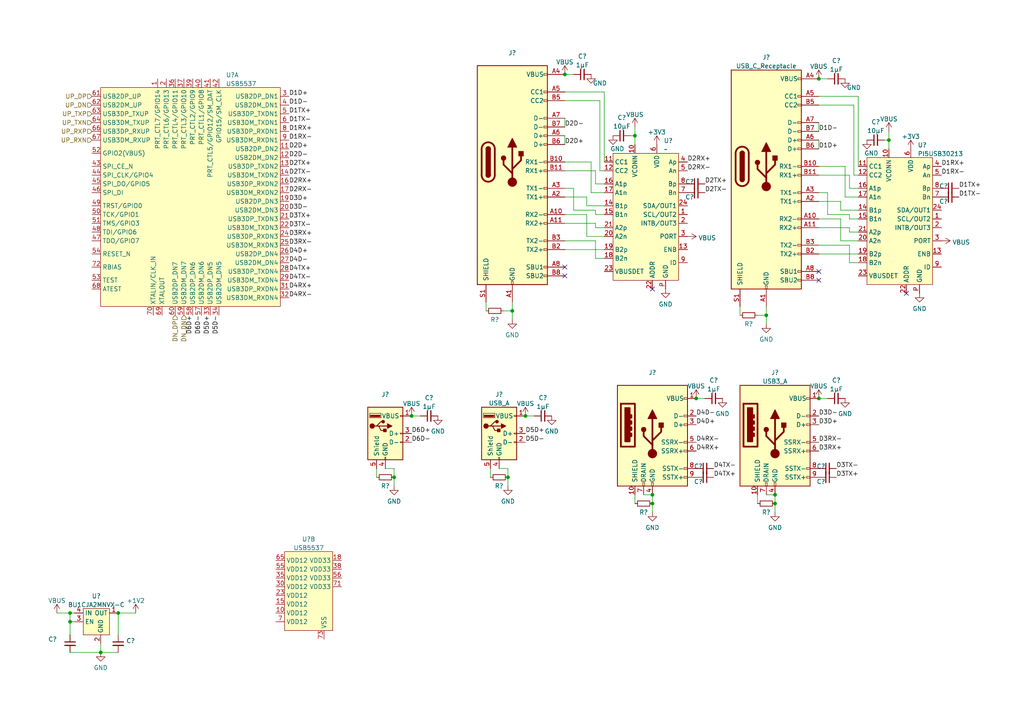
<source format=kicad_sch>
(kicad_sch (version 20211123) (generator eeschema)
  (paper "A4")
  (lib_symbols
    (symbol "Connector:USB3_A" (pin_names (offset 1.016))
      (property "Reference" "J" (at -10.16 15.24 0))
      (property "Value" "USB3_A" (at 10.16 15.24 0))
      (symbol "USB3_A_0_0"
        (rectangle (start -9.144 8.636) (end -5.08 -3.81) (stroke (width 0.508)))
        (rectangle (start -7.874 7.366) (end -6.604 -2.286) (stroke (width 0.508)) (fill (type outline)))
        (rectangle (start -6.35 0) (end -6.096 -0.762) (stroke (width 0.508)))
        (rectangle (start -6.35 1.778) (end -6.096 1.016) (stroke (width 0.508)))
        (rectangle (start -6.35 3.556) (end -6.096 2.794) (stroke (width 0.508)))
        (rectangle (start -6.35 5.334) (end -6.096 4.572) (stroke (width 0.508)))
        (rectangle (start -2.794 -15.24) (end -2.286 -14.224))
        (rectangle (start -0.254 -15.24) (end 0.254 -14.224))
        (rectangle (start 10.16 -12.446) (end 9.144 -12.954))
        (rectangle (start 10.16 -9.906) (end 9.144 -10.414))
        (rectangle (start 10.16 -4.826) (end 9.144 -5.334))
        (rectangle (start 10.16 -2.286) (end 9.144 -2.794))
        (rectangle (start 10.16 2.794) (end 9.144 2.286))
        (rectangle (start 10.16 5.334) (end 9.144 4.826))
        (rectangle (start 10.16 10.414) (end 9.144 9.906))
      )
      (symbol "USB3_A_0_1"
        (rectangle (start -10.16 13.97) (end 10.16 -15.24) (stroke (width 0.254)) (fill (type background)))
      )
      (symbol "USB3_A_1_1"
        (circle (center -2.54 1.143) (radius 0.635) (stroke (width 0.254)) (fill (type outline)))
        (circle (center 0 -5.842) (radius 1.27) (fill (type outline)))
        (polyline (pts (xy 0 -5.842) (xy 0 4.318)) (stroke (width 0.508)))
        (polyline (pts (xy 0 -3.302) (xy -2.54 -0.762) (xy -2.54 0.508)) (stroke (width 0.508)))
        (polyline (pts (xy 0 -2.032) (xy 2.54 0.508) (xy 2.54 1.778)) (stroke (width 0.508)))
        (polyline (pts (xy -1.27 4.318) (xy 0 6.858) (xy 1.27 4.318) (xy -1.27 4.318)) (stroke (width 0.254)) (fill (type outline)))
        (rectangle (start 1.905 1.778) (end 3.175 3.048) (stroke (width 0.254)) (fill (type outline)))
        (pin power_in line (at 12.7 10.16 180) (length 2.54) (name "VBUS") (number "1"))
        (pin passive line (at -5.08 -17.78 90) (length 2.54) (name "SHIELD") (number "10"))
        (pin bidirectional line (at 12.7 5.08 180) (length 2.54) (name "D-") (number "2"))
        (pin bidirectional line (at 12.7 2.54 180) (length 2.54) (name "D+") (number "3"))
        (pin power_in line (at 0 -17.78 90) (length 2.54) (name "GND") (number "4"))
        (pin output line (at 12.7 -2.54 180) (length 2.54) (name "SSRX-") (number "5"))
        (pin output line (at 12.7 -5.08 180) (length 2.54) (name "SSRX+") (number "6"))
        (pin passive line (at -2.54 -17.78 90) (length 2.54) (name "DRAIN") (number "7"))
        (pin input line (at 12.7 -10.16 180) (length 2.54) (name "SSTX-") (number "8"))
        (pin input line (at 12.7 -12.7 180) (length 2.54) (name "SSTX+") (number "9"))
      )
    )
    (symbol "Connector:USB_A" (pin_names (offset 1.016))
      (property "Reference" "J" (at -5.08 11.43 0))
      (property "Value" "USB_A" (at -5.08 8.89 0))
      (symbol "USB_A_0_1"
        (rectangle (start -5.08 -7.62) (end 5.08 7.62) (stroke (width 0.254)) (fill (type background)))
        (circle (center -3.81 2.159) (radius 0.635) (stroke (width 0.254)) (fill (type outline)))
        (rectangle (start -1.524 4.826) (end -4.318 5.334) (fill (type outline)))
        (rectangle (start -1.27 4.572) (end -4.572 5.842))
        (circle (center -0.635 3.429) (radius 0.381) (stroke (width 0.254)) (fill (type outline)))
        (rectangle (start -0.127 -7.62) (end 0.127 -6.858))
        (polyline (pts (xy -3.175 2.159) (xy -2.54 2.159) (xy -1.27 3.429) (xy -0.635 3.429)) (stroke (width 0.254)))
        (polyline (pts (xy -2.54 2.159) (xy -1.905 2.159) (xy -1.27 0.889) (xy 0 0.889)) (stroke (width 0.254)))
        (polyline (pts (xy 0.635 2.794) (xy 0.635 1.524) (xy 1.905 2.159) (xy 0.635 2.794)) (stroke (width 0.254)) (fill (type outline)))
        (rectangle (start 0.254 1.27) (end -0.508 0.508) (stroke (width 0.254)) (fill (type outline)))
        (rectangle (start 5.08 -2.667) (end 4.318 -2.413))
        (rectangle (start 5.08 -0.127) (end 4.318 0.127))
        (rectangle (start 5.08 4.953) (end 4.318 5.207))
      )
      (symbol "USB_A_1_1"
        (polyline (pts (xy -1.905 2.159) (xy 0.635 2.159)) (stroke (width 0.254)))
        (pin power_in line (at 7.62 5.08 180) (length 2.54) (name "VBUS") (number "1"))
        (pin bidirectional line (at 7.62 -2.54 180) (length 2.54) (name "D-") (number "2"))
        (pin bidirectional line (at 7.62 0 180) (length 2.54) (name "D+") (number "3"))
        (pin power_in line (at 0 -10.16 90) (length 2.54) (name "GND") (number "4"))
        (pin passive line (at -2.54 -10.16 90) (length 2.54) (name "Shield") (number "5"))
      )
    )
    (symbol "Connector:USB_C_Receptacle" (pin_names (offset 1.016))
      (property "Reference" "J" (at -10.16 29.21 0))
      (property "Value" "USB_C_Receptacle" (at 10.16 29.21 0))
      (symbol "USB_C_Receptacle_0_0"
        (rectangle (start -0.254 -35.56) (end 0.254 -34.544))
        (rectangle (start 10.16 -32.766) (end 9.144 -33.274))
        (rectangle (start 10.16 -30.226) (end 9.144 -30.734))
        (rectangle (start 10.16 -25.146) (end 9.144 -25.654))
        (rectangle (start 10.16 -22.606) (end 9.144 -23.114))
        (rectangle (start 10.16 -17.526) (end 9.144 -18.034))
        (rectangle (start 10.16 -14.986) (end 9.144 -15.494))
        (rectangle (start 10.16 -9.906) (end 9.144 -10.414))
        (rectangle (start 10.16 -7.366) (end 9.144 -7.874))
        (rectangle (start 10.16 -2.286) (end 9.144 -2.794))
        (rectangle (start 10.16 0.254) (end 9.144 -0.254))
        (rectangle (start 10.16 5.334) (end 9.144 4.826))
        (rectangle (start 10.16 7.874) (end 9.144 7.366))
        (rectangle (start 10.16 10.414) (end 9.144 9.906))
        (rectangle (start 10.16 12.954) (end 9.144 12.446))
        (rectangle (start 10.16 18.034) (end 9.144 17.526))
        (rectangle (start 10.16 20.574) (end 9.144 20.066))
        (rectangle (start 10.16 25.654) (end 9.144 25.146))
      )
      (symbol "USB_C_Receptacle_0_1"
        (rectangle (start -10.16 27.94) (end 10.16 -35.56) (stroke (width 0.254)) (fill (type background)))
        (arc (start -8.89 -3.81) (mid -6.985 -5.715) (end -5.08 -3.81) (stroke (width 0.508)))
        (arc (start -7.62 -3.81) (mid -6.985 -4.445) (end -6.35 -3.81) (stroke (width 0.254)))
        (arc (start -7.62 -3.81) (mid -6.985 -4.445) (end -6.35 -3.81) (stroke (width 0.254)) (fill (type outline)))
        (rectangle (start -7.62 -3.81) (end -6.35 3.81) (stroke (width 0.254)) (fill (type outline)))
        (arc (start -6.35 3.81) (mid -6.985 4.445) (end -7.62 3.81) (stroke (width 0.254)))
        (arc (start -6.35 3.81) (mid -6.985 4.445) (end -7.62 3.81) (stroke (width 0.254)) (fill (type outline)))
        (arc (start -5.08 3.81) (mid -6.985 5.715) (end -8.89 3.81) (stroke (width 0.508)))
        (polyline (pts (xy -8.89 -3.81) (xy -8.89 3.81)) (stroke (width 0.508)))
        (polyline (pts (xy -5.08 3.81) (xy -5.08 -3.81)) (stroke (width 0.508)))
      )
      (symbol "USB_C_Receptacle_1_1"
        (circle (center -2.54 1.143) (radius 0.635) (stroke (width 0.254)) (fill (type outline)))
        (circle (center 0 -5.842) (radius 1.27) (fill (type outline)))
        (polyline (pts (xy 0 -5.842) (xy 0 4.318)) (stroke (width 0.508)))
        (polyline (pts (xy 0 -3.302) (xy -2.54 -0.762) (xy -2.54 0.508)) (stroke (width 0.508)))
        (polyline (pts (xy 0 -2.032) (xy 2.54 0.508) (xy 2.54 1.778)) (stroke (width 0.508)))
        (polyline (pts (xy -1.27 4.318) (xy 0 6.858) (xy 1.27 4.318) (xy -1.27 4.318)) (stroke (width 0.254)) (fill (type outline)))
        (rectangle (start 1.905 1.778) (end 3.175 3.048) (stroke (width 0.254)) (fill (type outline)))
        (pin passive line (at 0 -40.64 90) (length 5.08) (name "GND") (number "A1"))
        (pin bidirectional line (at 15.24 -15.24 180) (length 5.08) (name "RX2-") (number "A10"))
        (pin bidirectional line (at 15.24 -17.78 180) (length 5.08) (name "RX2+") (number "A11"))
        (pin passive line (at 0 -40.64 90) (length 5.08) hide (name "GND") (number "A12"))
        (pin bidirectional line (at 15.24 -10.16 180) (length 5.08) (name "TX1+") (number "A2"))
        (pin bidirectional line (at 15.24 -7.62 180) (length 5.08) (name "TX1-") (number "A3"))
        (pin passive line (at 15.24 25.4 180) (length 5.08) (name "VBUS") (number "A4"))
        (pin bidirectional line (at 15.24 20.32 180) (length 5.08) (name "CC1") (number "A5"))
        (pin bidirectional line (at 15.24 7.62 180) (length 5.08) (name "D+") (number "A6"))
        (pin bidirectional line (at 15.24 12.7 180) (length 5.08) (name "D-") (number "A7"))
        (pin bidirectional line (at 15.24 -30.48 180) (length 5.08) (name "SBU1") (number "A8"))
        (pin passive line (at 15.24 25.4 180) (length 5.08) hide (name "VBUS") (number "A9"))
        (pin passive line (at 0 -40.64 90) (length 5.08) hide (name "GND") (number "B1"))
        (pin bidirectional line (at 15.24 0 180) (length 5.08) (name "RX1-") (number "B10"))
        (pin bidirectional line (at 15.24 -2.54 180) (length 5.08) (name "RX1+") (number "B11"))
        (pin passive line (at 0 -40.64 90) (length 5.08) hide (name "GND") (number "B12"))
        (pin bidirectional line (at 15.24 -25.4 180) (length 5.08) (name "TX2+") (number "B2"))
        (pin bidirectional line (at 15.24 -22.86 180) (length 5.08) (name "TX2-") (number "B3"))
        (pin passive line (at 15.24 25.4 180) (length 5.08) hide (name "VBUS") (number "B4"))
        (pin bidirectional line (at 15.24 17.78 180) (length 5.08) (name "CC2") (number "B5"))
        (pin bidirectional line (at 15.24 5.08 180) (length 5.08) (name "D+") (number "B6"))
        (pin bidirectional line (at 15.24 10.16 180) (length 5.08) (name "D-") (number "B7"))
        (pin bidirectional line (at 15.24 -33.02 180) (length 5.08) (name "SBU2") (number "B8"))
        (pin passive line (at 15.24 25.4 180) (length 5.08) hide (name "VBUS") (number "B9"))
        (pin passive line (at -7.62 -40.64 90) (length 5.08) (name "SHIELD") (number "S1"))
      )
    )
    (symbol "Device:C_Small" (pin_numbers hide) (pin_names (offset 0.254) hide)
      (property "Reference" "C" (at 0.254 1.778 0))
      (property "Value" "C_Small" (at 0.254 -2.032 0))
      (symbol "C_Small_0_1"
        (polyline (pts (xy -1.524 -0.508) (xy 1.524 -0.508)) (stroke (width 0.3302)))
        (polyline (pts (xy -1.524 0.508) (xy 1.524 0.508)) (stroke (width 0.3048)))
      )
      (symbol "C_Small_1_1"
        (pin passive line (at 0 2.54 270) (length 2.032) (name "~") (number "1"))
        (pin passive line (at 0 -2.54 90) (length 2.032) (name "~") (number "2"))
      )
    )
    (symbol "Device:R_Small" (pin_numbers hide) (pin_names (offset 0.254) hide)
      (property "Reference" "R" (at 0.762 0.508 0))
      (property "Value" "R_Small" (at 0.762 -1.016 0))
      (symbol "R_Small_0_1"
        (rectangle (start -0.762 1.778) (end 0.762 -1.778) (stroke (width 0.2032)))
      )
      (symbol "R_Small_1_1"
        (pin passive line (at 0 2.54 270) (length 0.762) (name "~") (number "1"))
        (pin passive line (at 0 -2.54 90) (length 0.762) (name "~") (number "2"))
      )
    )
    (symbol "USB5537_1"
      (property "Reference" "U" (at 3.81 3.81 0))
      (property "Value" "USB5537_1" (at 5.08 1.27 0))
      (symbol "USB5537_1_1_1"
        (rectangle (start 0 0) (end 52.07 -63.5) (stroke (width 0.1524)) (fill (type background)))
        (pin passive line (at 16.51 2.54 270) (length 2.54) (name "PRT_CTL7/GPIO14") (number "1"))
        (pin bidirectional line (at 54.61 -17.78 180) (length 2.54) (name "USB2DP_DN2") (number "11"))
        (pin bidirectional line (at 54.61 -20.32 180) (length 2.54) (name "USB2DM_DN2") (number "12"))
        (pin output line (at 54.61 -22.86 180) (length 2.54) (name "USB3DP_TXDN2") (number "13"))
        (pin output line (at 54.61 -25.4 180) (length 2.54) (name "USB3DM_TXDN2") (number "14"))
        (pin input line (at 54.61 -27.94 180) (length 2.54) (name "USB3DP_RXDN2") (number "16"))
        (pin input line (at 54.61 -30.48 180) (length 2.54) (name "USB3DM_RXDN2") (number "17"))
        (pin bidirectional line (at 54.61 -33.02 180) (length 2.54) (name "USB2DP_DN3") (number "19"))
        (pin passive line (at 19.05 2.54 270) (length 2.54) (name "PRT_CTL6/GPIO13") (number "2"))
        (pin bidirectional line (at 54.61 -35.56 180) (length 2.54) (name "USB2DM_DN3") (number "20"))
        (pin output line (at 54.61 -38.1 180) (length 2.54) (name "USB3DP_TXDN3") (number "21"))
        (pin output line (at 54.61 -40.64 180) (length 2.54) (name "USB3DM_TXDN3") (number "22"))
        (pin input line (at 54.61 -43.18 180) (length 2.54) (name "USB3DP_RXDN3") (number "24"))
        (pin input line (at 54.61 -45.72 180) (length 2.54) (name "USB3DM_RXDN3") (number "25"))
        (pin bidirectional line (at 54.61 -48.26 180) (length 2.54) (name "USB2DP_DN4") (number "26"))
        (pin bidirectional line (at 54.61 -50.8 180) (length 2.54) (name "USB2DM_DN4") (number "27"))
        (pin output line (at 54.61 -53.34 180) (length 2.54) (name "USB3DP_TXDN4") (number "28"))
        (pin output line (at 54.61 -55.88 180) (length 2.54) (name "USB3DM_TXDN4") (number "29"))
        (pin bidirectional line (at 54.61 -2.54 180) (length 2.54) (name "USB2DP_DN1") (number "3"))
        (pin input line (at 54.61 -58.42 180) (length 2.54) (name "USB3DP_RXDN4") (number "31"))
        (pin input line (at 54.61 -60.96 180) (length 2.54) (name "USB3DM_RXDN4") (number "32"))
        (pin bidirectional line (at 31.75 -66.04 90) (length 2.54) (name "USB2DP_DN5") (number "33"))
        (pin bidirectional line (at 34.29 -66.04 90) (length 2.54) (name "USB2DM_DN5") (number "34"))
        (pin passive line (at 21.59 2.54 270) (length 2.54) (name "PRT_CTL4/GPIO11") (number "36"))
        (pin passive line (at 24.13 2.54 270) (length 2.54) (name "PRT_CTL3/GPIO10") (number "37"))
        (pin passive line (at 26.67 2.54 270) (length 2.54) (name "PRT_CTL2/GPIO9") (number "39"))
        (pin bidirectional line (at 54.61 -5.08 180) (length 2.54) (name "USB2DM_DN1") (number "4"))
        (pin passive line (at 29.21 2.54 270) (length 2.54) (name "PRT_CTL1/GPIO8") (number "40"))
        (pin passive line (at 31.75 2.54 270) (length 2.54) (name "PRT_CTL5/GPIO12/SM_DAT") (number "41"))
        (pin passive line (at 34.29 2.54 270) (length 2.54) (name "GPIO15/SM_CLK") (number "42"))
        (pin passive line (at -2.54 -22.86 0) (length 2.54) (name "SPI_CE_N") (number "43"))
        (pin passive line (at -2.54 -25.4 0) (length 2.54) (name "SPI_CLK/GPIO4") (number "44"))
        (pin output line (at -2.54 -27.94 0) (length 2.54) (name "SPI_DO/GPIO5") (number "45"))
        (pin input line (at -2.54 -30.48 0) (length 2.54) (name "SPI_DI") (number "46"))
        (pin passive line (at -2.54 -44.45 0) (length 2.54) (name "TDO/GPIO7") (number "47"))
        (pin passive line (at -2.54 -41.91 0) (length 2.54) (name "TDI/GPIO6") (number "48"))
        (pin passive line (at -2.54 -34.29 0) (length 2.54) (name "TRST/GPIO0") (number "49"))
        (pin output line (at 54.61 -7.62 180) (length 2.54) (name "USB3DP_TXDN1") (number "5"))
        (pin passive line (at -2.54 -36.83 0) (length 2.54) (name "TCK/GPIO1") (number "50"))
        (pin passive line (at -2.54 -39.37 0) (length 2.54) (name "TMS/GPIO3") (number "51"))
        (pin passive line (at -2.54 -19.05 0) (length 2.54) (name "GPIO2(VBUS)") (number "52"))
        (pin passive line (at -2.54 -55.88 0) (length 2.54) (name "TEST") (number "53"))
        (pin passive line (at -2.54 -48.26 0) (length 2.54) (name "RESET_N") (number "54"))
        (pin bidirectional line (at 29.21 -66.04 90) (length 2.54) (name "USB2DM_DN6") (number "57"))
        (pin bidirectional line (at 26.67 -66.04 90) (length 2.54) (name "USB2DP_DN6") (number "58"))
        (pin bidirectional line (at 24.13 -66.04 90) (length 2.54) (name "USB2DM_DN7") (number "59"))
        (pin output line (at 54.61 -10.16 180) (length 2.54) (name "USB3DM_TXDN1") (number "6"))
        (pin bidirectional line (at 21.59 -66.04 90) (length 2.54) (name "USB2DP_DN7") (number "60"))
        (pin bidirectional line (at -2.54 -2.54 0) (length 2.54) (name "USB2DP_UP") (number "61"))
        (pin bidirectional line (at -2.54 -5.08 0) (length 2.54) (name "USB2DM_UP") (number "62"))
        (pin output line (at -2.54 -7.62 0) (length 2.54) (name "USB3DP_TXUP") (number "63"))
        (pin output line (at -2.54 -10.16 0) (length 2.54) (name "USB3DM_TXUP") (number "64"))
        (pin input line (at -2.54 -12.7 0) (length 2.54) (name "USB3DP_RXUP") (number "66"))
        (pin input line (at -2.54 -15.24 0) (length 2.54) (name "USB3DM_RXUP") (number "67"))
        (pin passive line (at -2.54 -58.42 0) (length 2.54) (name "ATEST") (number "68"))
        (pin passive line (at 17.78 -66.04 90) (length 2.54) (name "XTALOUT") (number "69"))
        (pin passive line (at 15.24 -66.04 90) (length 2.54) (name "XTALIN/CLK_IN") (number "70"))
        (pin passive line (at -2.54 -52.07 0) (length 2.54) (name "RBIAS") (number "72"))
        (pin input line (at 54.61 -12.7 180) (length 2.54) (name "USB3DP_RXDN1") (number "8"))
        (pin input line (at 54.61 -15.24 180) (length 2.54) (name "USB3DM_RXDN1") (number "9"))
      )
      (symbol "USB5537_1_2_1"
        (rectangle (start 0 0) (end 13.97 -22.86) (stroke (width 0.1524)) (fill (type background)))
        (pin power_in line (at -2.54 -17.78 0) (length 2.54) (name "VDD12") (number "10"))
        (pin power_in line (at -2.54 -15.24 0) (length 2.54) (name "VDD12") (number "15"))
        (pin power_in line (at 16.51 -2.54 180) (length 2.54) (name "VDD33") (number "18"))
        (pin power_in line (at -2.54 -12.7 0) (length 2.54) (name "VDD12") (number "23"))
        (pin power_in line (at -2.54 -10.16 0) (length 2.54) (name "VDD12") (number "30"))
        (pin power_in line (at -2.54 -7.62 0) (length 2.54) (name "VDD12") (number "35"))
        (pin power_in line (at 16.51 -5.08 180) (length 2.54) (name "VDD33") (number "38"))
        (pin power_in line (at -2.54 -5.08 0) (length 2.54) (name "VDD12") (number "55"))
        (pin power_in line (at 16.51 -7.62 180) (length 2.54) (name "VDD33") (number "56"))
        (pin power_in line (at -2.54 -2.54 0) (length 2.54) (name "VDD12") (number "65"))
        (pin power_in line (at -2.54 -20.32 0) (length 2.54) (name "VDD12") (number "7"))
        (pin power_in line (at 16.51 -10.16 180) (length 2.54) (name "VDD33") (number "71"))
        (pin power_in line (at 11.43 -25.4 90) (length 2.54) (name "VSS") (number "73"))
      )
    )
    (symbol "power:+1V2" (power) (pin_names (offset 0))
      (property "Value" "+1V2" (at 0 3.556 0))
      (symbol "+1V2_0_1"
        (polyline (pts (xy -0.762 1.27) (xy 0 2.54)))
        (polyline (pts (xy 0 0) (xy 0 2.54)))
        (polyline (pts (xy 0 2.54) (xy 0.762 1.27)))
      )
      (symbol "+1V2_1_1"
        (pin power_in line (at 0 0 90) (length 0) hide (name "+1V2") (number "1"))
      )
    )
    (symbol "power:+3V3" (power) (pin_names (offset 0))
      (property "Value" "+3V3" (at 0 3.556 0))
      (symbol "+3V3_0_1"
        (polyline (pts (xy -0.762 1.27) (xy 0 2.54)))
        (polyline (pts (xy 0 0) (xy 0 2.54)))
        (polyline (pts (xy 0 2.54) (xy 0.762 1.27)))
      )
      (symbol "+3V3_1_1"
        (pin power_in line (at 0 0 90) (length 0) hide (name "+3V3") (number "1"))
      )
    )
    (symbol "power:GND" (power) (pin_names (offset 0))
      (property "Value" "GND" (at 0 -3.81 0))
      (symbol "GND_0_1"
        (polyline (pts (xy 0 0) (xy 0 -1.27) (xy 1.27 -1.27) (xy 0 -2.54) (xy -1.27 -1.27) (xy 0 -1.27)))
      )
      (symbol "GND_1_1"
        (pin power_in line (at 0 0 270) (length 0) hide (name "GND") (number "1"))
      )
    )
    (symbol "power:VBUS" (power) (pin_names (offset 0))
      (property "Value" "VBUS" (at 0 3.81 0))
      (symbol "VBUS_0_1"
        (polyline (pts (xy -0.762 1.27) (xy 0 2.54)))
        (polyline (pts (xy 0 0) (xy 0 2.54)))
        (polyline (pts (xy 0 2.54) (xy 0.762 1.27)))
      )
      (symbol "VBUS_1_1"
        (pin power_in line (at 0 0 90) (length 0) hide (name "VBUS") (number "1"))
      )
    )
    (symbol "xenua:BU1CJA2MNVX-C"
      (property "Reference" "U" (at 0 2.54 0))
      (property "Value" "BU1CJA2MNVX-C" (at 0 0 0))
      (symbol "BU1CJA2MNVX-C_0_1"
        (rectangle (start -3.81 -1.27) (end 3.81 -8.89) (stroke (width 0.1524)) (fill (type background)))
      )
      (symbol "BU1CJA2MNVX-C_1_1"
        (pin power_out line (at 6.35 -2.54 180) (length 2.54) (name "OUT") (number "1"))
        (pin output line (at 1.27 -11.43 90) (length 2.54) (name "GND") (number "2"))
        (pin input line (at -6.35 -5.08 0) (length 2.54) (name "EN") (number "3"))
        (pin input line (at -6.35 -2.54 0) (length 2.54) (name "IN") (number "4"))
      )
    )
    (symbol "xenua:PI5USB30213"
      (property "Reference" "U" (at 5.08 -16.51 0))
      (property "Value" "PI5USB30213" (at 5.08 -13.97 0))
      (symbol "PI5USB30213_0_1"
        (rectangle (start 3.81 24.13) (end 22.86 -12.7) (stroke (width 0.1524)) (fill (type background)))
      )
      (symbol "PI5USB30213_1_1"
        (pin bidirectional line (at 25.4 6.35 180) (length 2.54) (name "SCL/OUT2") (number "1"))
        (pin power_in line (at 10.16 26.67 270) (length 2.54) (name "VCONN") (number "10"))
        (pin bidirectional line (at 1.27 21.59 0) (length 2.54) (name "CC1") (number "11"))
        (pin bidirectional line (at 1.27 19.05 0) (length 2.54) (name "CC2") (number "12"))
        (pin input line (at 25.4 -3.81 180) (length 2.54) (name "ENB") (number "13"))
        (pin bidirectional line (at 1.27 8.89 0) (length 2.54) (name "B1p") (number "14"))
        (pin bidirectional line (at 1.27 6.35 0) (length 2.54) (name "B1n") (number "15"))
        (pin bidirectional line (at 1.27 15.24 0) (length 2.54) (name "A1p") (number "16"))
        (pin bidirectional line (at 1.27 12.7 0) (length 2.54) (name "A1n") (number "17"))
        (pin bidirectional line (at 1.27 -6.35 0) (length 2.54) (name "B2n") (number "18"))
        (pin bidirectional line (at 1.27 -3.81 0) (length 2.54) (name "B2p") (number "19"))
        (pin open_collector line (at 25.4 3.81 180) (length 2.54) (name "INTB/OUT3") (number "2"))
        (pin bidirectional line (at 1.27 0 0) (length 2.54) (name "A2n") (number "20"))
        (pin bidirectional line (at 1.27 2.54 0) (length 2.54) (name "A2p") (number "21"))
        (pin input line (at 15.24 -15.24 90) (length 2.54) (name "ADDR") (number "22"))
        (pin input line (at 1.27 -10.16 0) (length 2.54) (name "VBUSDET") (number "23"))
        (pin bidirectional line (at 25.4 8.89 180) (length 2.54) (name "SDA/OUT1") (number "24"))
        (pin input line (at 25.4 0 180) (length 2.54) (name "PORT") (number "3"))
        (pin bidirectional line (at 25.4 21.59 180) (length 2.54) (name "Ap") (number "4"))
        (pin bidirectional line (at 25.4 19.05 180) (length 2.54) (name "An") (number "5"))
        (pin power_in line (at 16.51 26.67 270) (length 2.54) (name "VDD") (number "6"))
        (pin bidirectional line (at 25.4 12.7 180) (length 2.54) (name "Bn") (number "7"))
        (pin bidirectional line (at 25.4 15.24 180) (length 2.54) (name "Bp") (number "8"))
        (pin open_collector line (at 25.4 -7.62 180) (length 2.54) (name "ID") (number "9"))
        (pin power_in line (at 19.05 -15.24 90) (length 2.54) (name "GND") (number "P"))
      )
    )
    (symbol "xenua:USB5537"
      (property "Reference" "U" (at 3.81 3.81 0))
      (property "Value" "USB5537" (at 5.08 1.27 0))
      (symbol "USB5537_1_1"
        (rectangle (start 0 0) (end 52.07 -63.5) (stroke (width 0.1524)) (fill (type background)))
        (pin passive line (at 16.51 2.54 270) (length 2.54) (name "PRT_CTL7/GPIO14") (number "1"))
        (pin bidirectional line (at 54.61 -17.78 180) (length 2.54) (name "USB2DP_DN2") (number "11"))
        (pin bidirectional line (at 54.61 -20.32 180) (length 2.54) (name "USB2DM_DN2") (number "12"))
        (pin output line (at 54.61 -22.86 180) (length 2.54) (name "USB3DP_TXDN2") (number "13"))
        (pin output line (at 54.61 -25.4 180) (length 2.54) (name "USB3DM_TXDN2") (number "14"))
        (pin input line (at 54.61 -27.94 180) (length 2.54) (name "USB3DP_RXDN2") (number "16"))
        (pin input line (at 54.61 -30.48 180) (length 2.54) (name "USB3DM_RXDN2") (number "17"))
        (pin bidirectional line (at 54.61 -33.02 180) (length 2.54) (name "USB2DP_DN3") (number "19"))
        (pin passive line (at 19.05 2.54 270) (length 2.54) (name "PRT_CTL6/GPIO13") (number "2"))
        (pin bidirectional line (at 54.61 -35.56 180) (length 2.54) (name "USB2DM_DN3") (number "20"))
        (pin output line (at 54.61 -38.1 180) (length 2.54) (name "USB3DP_TXDN3") (number "21"))
        (pin output line (at 54.61 -40.64 180) (length 2.54) (name "USB3DM_TXDN3") (number "22"))
        (pin input line (at 54.61 -43.18 180) (length 2.54) (name "USB3DP_RXDN3") (number "24"))
        (pin input line (at 54.61 -45.72 180) (length 2.54) (name "USB3DM_RXDN3") (number "25"))
        (pin bidirectional line (at 54.61 -48.26 180) (length 2.54) (name "USB2DP_DN4") (number "26"))
        (pin bidirectional line (at 54.61 -50.8 180) (length 2.54) (name "USB2DM_DN4") (number "27"))
        (pin output line (at 54.61 -53.34 180) (length 2.54) (name "USB3DP_TXDN4") (number "28"))
        (pin output line (at 54.61 -55.88 180) (length 2.54) (name "USB3DM_TXDN4") (number "29"))
        (pin bidirectional line (at 54.61 -2.54 180) (length 2.54) (name "USB2DP_DN1") (number "3"))
        (pin input line (at 54.61 -58.42 180) (length 2.54) (name "USB3DP_RXDN4") (number "31"))
        (pin input line (at 54.61 -60.96 180) (length 2.54) (name "USB3DM_RXDN4") (number "32"))
        (pin bidirectional line (at 34.29 -66.04 90) (length 2.54) (name "USB2DP_DN5") (number "33"))
        (pin bidirectional line (at 31.75 -66.04 90) (length 2.54) (name "USB2DM_DN5") (number "34"))
        (pin passive line (at 21.59 2.54 270) (length 2.54) (name "PRT_CTL4/GPIO11") (number "36"))
        (pin passive line (at 24.13 2.54 270) (length 2.54) (name "PRT_CTL3/GPIO10") (number "37"))
        (pin passive line (at 26.67 2.54 270) (length 2.54) (name "PRT_CTL2/GPIO9") (number "39"))
        (pin bidirectional line (at 54.61 -5.08 180) (length 2.54) (name "USB2DM_DN1") (number "4"))
        (pin passive line (at 29.21 2.54 270) (length 2.54) (name "PRT_CTL1/GPIO8") (number "40"))
        (pin passive line (at 31.75 2.54 270) (length 2.54) (name "PRT_CTL5/GPIO12/SM_DAT") (number "41"))
        (pin passive line (at 34.29 2.54 270) (length 2.54) (name "GPIO15/SM_CLK") (number "42"))
        (pin passive line (at -2.54 -22.86 0) (length 2.54) (name "SPI_CE_N") (number "43"))
        (pin passive line (at -2.54 -25.4 0) (length 2.54) (name "SPI_CLK/GPIO4") (number "44"))
        (pin output line (at -2.54 -27.94 0) (length 2.54) (name "SPI_DO/GPIO5") (number "45"))
        (pin input line (at -2.54 -30.48 0) (length 2.54) (name "SPI_DI") (number "46"))
        (pin passive line (at -2.54 -44.45 0) (length 2.54) (name "TDO/GPIO7") (number "47"))
        (pin passive line (at -2.54 -41.91 0) (length 2.54) (name "TDI/GPIO6") (number "48"))
        (pin passive line (at -2.54 -34.29 0) (length 2.54) (name "TRST/GPIO0") (number "49"))
        (pin output line (at 54.61 -7.62 180) (length 2.54) (name "USB3DP_TXDN1") (number "5"))
        (pin passive line (at -2.54 -36.83 0) (length 2.54) (name "TCK/GPIO1") (number "50"))
        (pin passive line (at -2.54 -39.37 0) (length 2.54) (name "TMS/GPIO3") (number "51"))
        (pin passive line (at -2.54 -19.05 0) (length 2.54) (name "GPIO2(VBUS)") (number "52"))
        (pin passive line (at -2.54 -55.88 0) (length 2.54) (name "TEST") (number "53"))
        (pin passive line (at -2.54 -48.26 0) (length 2.54) (name "RESET_N") (number "54"))
        (pin bidirectional line (at 29.21 -66.04 90) (length 2.54) (name "USB2DM_DN6") (number "57"))
        (pin bidirectional line (at 26.67 -66.04 90) (length 2.54) (name "USB2DP_DN6") (number "58"))
        (pin bidirectional line (at 24.13 -66.04 90) (length 2.54) (name "USB2DM_DN7") (number "59"))
        (pin output line (at 54.61 -10.16 180) (length 2.54) (name "USB3DM_TXDN1") (number "6"))
        (pin bidirectional line (at 21.59 -66.04 90) (length 2.54) (name "USB2DP_DN7") (number "60"))
        (pin bidirectional line (at -2.54 -2.54 0) (length 2.54) (name "USB2DP_UP") (number "61"))
        (pin bidirectional line (at -2.54 -5.08 0) (length 2.54) (name "USB2DM_UP") (number "62"))
        (pin output line (at -2.54 -7.62 0) (length 2.54) (name "USB3DP_TXUP") (number "63"))
        (pin output line (at -2.54 -10.16 0) (length 2.54) (name "USB3DM_TXUP") (number "64"))
        (pin input line (at -2.54 -12.7 0) (length 2.54) (name "USB3DP_RXUP") (number "66"))
        (pin input line (at -2.54 -15.24 0) (length 2.54) (name "USB3DM_RXUP") (number "67"))
        (pin passive line (at -2.54 -58.42 0) (length 2.54) (name "ATEST") (number "68"))
        (pin passive line (at 17.78 -66.04 90) (length 2.54) (name "XTALOUT") (number "69"))
        (pin passive line (at 15.24 -66.04 90) (length 2.54) (name "XTALIN/CLK_IN") (number "70"))
        (pin passive line (at -2.54 -52.07 0) (length 2.54) (name "RBIAS") (number "72"))
        (pin input line (at 54.61 -12.7 180) (length 2.54) (name "USB3DP_RXDN1") (number "8"))
        (pin input line (at 54.61 -15.24 180) (length 2.54) (name "USB3DM_RXDN1") (number "9"))
      )
      (symbol "USB5537_2_1"
        (rectangle (start 0 0) (end 13.97 -22.86) (stroke (width 0.1524)) (fill (type background)))
        (pin power_in line (at -2.54 -17.78 0) (length 2.54) (name "VDD12") (number "10"))
        (pin power_in line (at -2.54 -15.24 0) (length 2.54) (name "VDD12") (number "15"))
        (pin power_in line (at 16.51 -2.54 180) (length 2.54) (name "VDD33") (number "18"))
        (pin power_in line (at -2.54 -12.7 0) (length 2.54) (name "VDD12") (number "23"))
        (pin power_in line (at -2.54 -10.16 0) (length 2.54) (name "VDD12") (number "30"))
        (pin power_in line (at -2.54 -7.62 0) (length 2.54) (name "VDD12") (number "35"))
        (pin power_in line (at 16.51 -5.08 180) (length 2.54) (name "VDD33") (number "38"))
        (pin power_in line (at -2.54 -5.08 0) (length 2.54) (name "VDD12") (number "55"))
        (pin power_in line (at 16.51 -7.62 180) (length 2.54) (name "VDD33") (number "56"))
        (pin power_in line (at -2.54 -2.54 0) (length 2.54) (name "VDD12") (number "65"))
        (pin power_in line (at -2.54 -20.32 0) (length 2.54) (name "VDD12") (number "7"))
        (pin power_in line (at 16.51 -10.16 180) (length 2.54) (name "VDD33") (number "71"))
        (pin power_in line (at 11.43 -25.4 90) (length 2.54) (name "VSS") (number "73"))
      )
    )
  )
  (junction (at 148.59 90.17))
  (junction (at 114.3 138.43))
  (junction (at 147.32 138.43))
  (junction (at 119.38 120.65))
  (junction (at 152.4 120.65))
  (junction (at 34.29 177.8))
  (junction (at 257.81 40.64))
  (junction (at 237.49 22.86))
  (junction (at 189.23 143.51))
  (junction (at 20.32 180.34))
  (junction (at 20.32 177.8))
  (junction (at 163.83 21.59))
  (junction (at 224.79 146.05))
  (junction (at 189.23 146.05))
  (junction (at 224.79 143.51))
  (junction (at 222.25 91.44))
  (junction (at 184.15 39.37))
  (junction (at 29.21 189.23))
  (junction (at 237.49 115.57))
  (junction (at 201.93 115.57))
  (no_connect (at 163.83 77.47))
  (no_connect (at 189.23 83.82))
  (no_connect (at 163.83 80.01))
  (no_connect (at 262.89 85.09))
  (no_connect (at 237.49 78.74))
  (no_connect (at 237.49 81.28))
  (wire (pts (xy 201.93 115.57) (xy 204.47 115.57)))
  (wire (pts (xy 219.71 143.51) (xy 219.71 146.05)))
  (wire (pts (xy 163.83 69.85) (xy 172.72 69.85)))
  (wire (pts (xy 246.38 66.04) (xy 246.38 67.31)))
  (wire (pts (xy 171.45 46.99) (xy 171.45 55.88)))
  (wire (pts (xy 172.72 69.85) (xy 172.72 74.93)))
  (wire (pts (xy 163.83 34.29) (xy 163.83 36.83)))
  (wire (pts (xy 240.03 55.88) (xy 240.03 62.23)))
  (wire (pts (xy 246.38 63.5) (xy 248.92 63.5)))
  (wire (pts (xy 243.84 69.85) (xy 243.84 63.5)))
  (wire (pts (xy 163.83 62.23) (xy 170.18 62.23)))
  (wire (pts (xy 171.45 55.88) (xy 175.26 55.88)))
  (wire (pts (xy 172.72 66.04) (xy 175.26 66.04)))
  (wire (pts (xy 219.71 91.44) (xy 222.25 91.44)))
  (wire (pts (xy 237.49 63.5) (xy 243.84 63.5)))
  (wire (pts (xy 184.15 39.37) (xy 184.15 41.91)))
  (wire (pts (xy 152.4 120.65) (xy 154.94 120.65)))
  (wire (pts (xy 243.84 60.96) (xy 243.84 58.42)))
  (wire (pts (xy 245.11 48.26) (xy 245.11 57.15)))
  (wire (pts (xy 246.38 54.61) (xy 248.92 54.61)))
  (wire (pts (xy 184.15 36.83) (xy 184.15 39.37)))
  (wire (pts (xy 172.72 53.34) (xy 175.26 53.34)))
  (wire (pts (xy 245.11 57.15) (xy 248.92 57.15)))
  (wire (pts (xy 163.83 49.53) (xy 172.72 49.53)))
  (wire (pts (xy 237.49 40.64) (xy 237.49 43.18)))
  (wire (pts (xy 170.18 68.58) (xy 170.18 62.23)))
  (wire (pts (xy 166.37 60.96) (xy 172.72 60.96)))
  (wire (pts (xy 144.78 135.89) (xy 147.32 135.89)))
  (wire (pts (xy 163.83 46.99) (xy 171.45 46.99)))
  (wire (pts (xy 147.32 138.43) (xy 147.32 135.89)))
  (wire (pts (xy 140.97 87.63) (xy 140.97 90.17)))
  (wire (pts (xy 16.51 177.8) (xy 20.32 177.8)))
  (wire (pts (xy 172.72 60.96) (xy 172.72 62.23)))
  (wire (pts (xy 237.49 48.26) (xy 245.11 48.26)))
  (wire (pts (xy 172.72 64.77) (xy 172.72 66.04)))
  (wire (pts (xy 189.23 146.05) (xy 189.23 143.51)))
  (wire (pts (xy 248.92 60.96) (xy 243.84 60.96)))
  (wire (pts (xy 175.26 49.53) (xy 173.99 49.53)))
  (wire (pts (xy 175.26 59.69) (xy 170.18 59.69)))
  (wire (pts (xy 109.22 135.89) (xy 109.22 138.43)))
  (wire (pts (xy 237.49 30.48) (xy 247.65 30.48)))
  (wire (pts (xy 29.21 189.23) (xy 34.29 189.23)))
  (wire (pts (xy 189.23 148.59) (xy 189.23 146.05)))
  (wire (pts (xy 237.49 115.57) (xy 240.03 115.57)))
  (wire (pts (xy 248.92 27.94) (xy 248.92 48.26)))
  (wire (pts (xy 172.72 49.53) (xy 172.72 53.34)))
  (wire (pts (xy 222.25 88.9) (xy 222.25 91.44)))
  (wire (pts (xy 119.38 120.65) (xy 121.92 120.65)))
  (wire (pts (xy 237.49 22.86) (xy 240.03 22.86)))
  (wire (pts (xy 114.3 138.43) (xy 114.3 135.89)))
  (wire (pts (xy 184.15 143.51) (xy 184.15 146.05)))
  (wire (pts (xy 237.49 55.88) (xy 240.03 55.88)))
  (wire (pts (xy 163.83 72.39) (xy 175.26 72.39)))
  (wire (pts (xy 222.25 91.44) (xy 222.25 93.98)))
  (wire (pts (xy 237.49 50.8) (xy 246.38 50.8)))
  (wire (pts (xy 247.65 50.8) (xy 247.65 30.48)))
  (wire (pts (xy 114.3 135.89) (xy 111.76 135.89)))
  (wire (pts (xy 173.99 49.53) (xy 173.99 29.21)))
  (wire (pts (xy 163.83 39.37) (xy 163.83 41.91)))
  (wire (pts (xy 186.69 143.51) (xy 189.23 143.51)))
  (wire (pts (xy 175.26 68.58) (xy 170.18 68.58)))
  (wire (pts (xy 34.29 177.8) (xy 34.29 184.15)))
  (wire (pts (xy 256.54 40.64) (xy 257.81 40.64)))
  (wire (pts (xy 172.72 74.93) (xy 175.26 74.93)))
  (wire (pts (xy 170.18 59.69) (xy 170.18 57.15)))
  (wire (pts (xy 163.83 29.21) (xy 173.99 29.21)))
  (wire (pts (xy 170.18 57.15) (xy 163.83 57.15)))
  (wire (pts (xy 20.32 177.8) (xy 21.59 177.8)))
  (wire (pts (xy 224.79 148.59) (xy 224.79 146.05)))
  (wire (pts (xy 224.79 146.05) (xy 224.79 143.51)))
  (wire (pts (xy 20.32 189.23) (xy 29.21 189.23)))
  (wire (pts (xy 163.83 64.77) (xy 172.72 64.77)))
  (wire (pts (xy 248.92 69.85) (xy 243.84 69.85)))
  (wire (pts (xy 163.83 21.59) (xy 166.37 21.59)))
  (wire (pts (xy 257.81 40.64) (xy 257.81 43.18)))
  (wire (pts (xy 237.49 66.04) (xy 246.38 66.04)))
  (wire (pts (xy 222.25 143.51) (xy 224.79 143.51)))
  (wire (pts (xy 257.81 38.1) (xy 257.81 40.64)))
  (wire (pts (xy 243.84 58.42) (xy 237.49 58.42)))
  (wire (pts (xy 237.49 35.56) (xy 237.49 38.1)))
  (wire (pts (xy 240.03 62.23) (xy 246.38 62.23)))
  (wire (pts (xy 163.83 26.67) (xy 175.26 26.67)))
  (wire (pts (xy 20.32 180.34) (xy 20.32 184.15)))
  (wire (pts (xy 246.38 76.2) (xy 248.92 76.2)))
  (wire (pts (xy 237.49 71.12) (xy 246.38 71.12)))
  (wire (pts (xy 237.49 27.94) (xy 248.92 27.94)))
  (wire (pts (xy 20.32 180.34) (xy 21.59 180.34)))
  (wire (pts (xy 248.92 50.8) (xy 247.65 50.8)))
  (wire (pts (xy 237.49 73.66) (xy 248.92 73.66)))
  (wire (pts (xy 246.38 67.31) (xy 248.92 67.31)))
  (wire (pts (xy 148.59 90.17) (xy 148.59 92.71)))
  (wire (pts (xy 246.38 71.12) (xy 246.38 76.2)))
  (wire (pts (xy 34.29 177.8) (xy 39.37 177.8)))
  (wire (pts (xy 163.83 54.61) (xy 166.37 54.61)))
  (wire (pts (xy 142.24 135.89) (xy 142.24 138.43)))
  (wire (pts (xy 114.3 140.97) (xy 114.3 138.43)))
  (wire (pts (xy 166.37 54.61) (xy 166.37 60.96)))
  (wire (pts (xy 148.59 87.63) (xy 148.59 90.17)))
  (wire (pts (xy 182.88 39.37) (xy 184.15 39.37)))
  (wire (pts (xy 214.63 88.9) (xy 214.63 91.44)))
  (wire (pts (xy 246.38 62.23) (xy 246.38 63.5)))
  (wire (pts (xy 147.32 140.97) (xy 147.32 138.43)))
  (wire (pts (xy 20.32 177.8) (xy 20.32 180.34)))
  (wire (pts (xy 246.38 50.8) (xy 246.38 54.61)))
  (wire (pts (xy 29.21 186.69) (xy 29.21 189.23)))
  (wire (pts (xy 175.26 26.67) (xy 175.26 46.99)))
  (wire (pts (xy 146.05 90.17) (xy 148.59 90.17)))
  (wire (pts (xy 172.72 62.23) (xy 175.26 62.23)))
  (label "D1RX+" (at 83.82 38.1 0))
  (label "D3D+" (at 83.82 58.42 0))
  (label "D4D+" (at 201.93 123.19 0))
  (label "D1TX+" (at 278.13 54.61 0))
  (label "D1D-" (at 83.82 30.48 0))
  (label "D4RX+" (at 83.82 83.82 0))
  (label "D4TX-" (at 83.82 81.28 0))
  (label "D1RX+" (at 273.05 48.26 0))
  (label "D1D+" (at 83.82 27.94 0))
  (label "D3D-" (at 83.82 60.96 0))
  (label "D3TX-" (at 83.82 66.04 0))
  (label "D5D-" (at 63.5 91.44 270))
  (label "D2D-" (at 163.83 36.83 0))
  (label "D3D-" (at 237.49 120.65 0))
  (label "D4RX-" (at 201.93 128.27 0))
  (label "D4RX+" (at 201.93 130.81 0))
  (label "D1TX-" (at 83.82 35.56 0))
  (label "D3TX+" (at 242.57 138.43 0))
  (label "D3TX+" (at 83.82 63.5 0))
  (label "D4D-" (at 83.82 76.2 0))
  (label "D4RX-" (at 83.82 86.36 0))
  (label "D3RX+" (at 237.49 130.81 0))
  (label "D1D-" (at 237.49 38.1 0))
  (label "D5D+" (at 152.4 125.73 0))
  (label "D4D+" (at 83.82 73.66 0))
  (label "D2TX+" (at 204.47 53.34 0))
  (label "D2TX-" (at 204.47 55.88 0))
  (label "D4TX+" (at 83.82 78.74 0))
  (label "D6D+" (at 119.38 125.73 0))
  (label "D2RX+" (at 83.82 53.34 0))
  (label "D6D-" (at 58.42 91.44 270))
  (label "D2TX+" (at 83.82 48.26 0))
  (label "D4D-" (at 201.93 120.65 0))
  (label "D2D-" (at 83.82 45.72 0))
  (label "D3RX+" (at 83.82 68.58 0))
  (label "D2D+" (at 163.83 41.91 0))
  (label "D2TX-" (at 83.82 50.8 0))
  (label "D4TX+" (at 207.01 138.43 0))
  (label "D2RX-" (at 83.82 55.88 0))
  (label "D6D-" (at 119.38 128.27 0))
  (label "D2RX+" (at 199.39 46.99 0))
  (label "D1TX+" (at 83.82 33.02 0))
  (label "D3RX-" (at 237.49 128.27 0))
  (label "D2RX-" (at 199.39 49.53 0))
  (label "D1RX-" (at 273.05 50.8 0))
  (label "D3TX-" (at 242.57 135.89 0))
  (label "D3D+" (at 237.49 123.19 0))
  (label "D5D-" (at 152.4 128.27 0))
  (label "D4TX-" (at 207.01 135.89 0))
  (label "D1D+" (at 237.49 43.18 0))
  (label "D6D+" (at 55.88 91.44 270))
  (label "D1RX-" (at 83.82 40.64 0))
  (label "D2D+" (at 83.82 43.18 0))
  (label "D3RX-" (at 83.82 71.12 0))
  (label "D5D+" (at 60.96 91.44 270))
  (label "D1TX-" (at 278.13 57.15 0))
  (hierarchical_label "DN_DN" (shape input) (at 53.34 91.44 270))
  (hierarchical_label "UP_TXN" (shape input) (at 26.67 35.56 180))
  (hierarchical_label "UP_RXP" (shape input) (at 26.67 38.1 180))
  (hierarchical_label "UP_DP" (shape input) (at 26.67 27.94 180))
  (hierarchical_label "DN_DP" (shape input) (at 50.8 91.44 270))
  (hierarchical_label "UP_DN" (shape input) (at 26.67 30.48 180))
  (hierarchical_label "UP_RXN" (shape input) (at 26.67 40.64 180))
  (hierarchical_label "UP_TXP" (shape input) (at 26.67 33.02 180))
  (symbol (lib_id "power:+1V2") (at 39.37 177.8 0) (unit 1)
    (property "Reference" "#PWR?" (effects hide))
    (property "Value" "+1V2" (at 39.37 174.2242 0))
  )
  (symbol (lib_id "Device:C_Small") (at 275.59 54.61 90) (unit 1)
    (property "Reference" "C?" (at 273.685 53.975 90))
  )
  (symbol (lib_id "power:VBUS") (at 237.49 115.57 0) (unit 1)
    (property "Reference" "#PWR?" (effects hide))
    (property "Value" "VBUS" (at 237.49 111.9942 0))
  )
  (symbol (lib_id "Device:C_Small") (at 207.01 115.57 90) (unit 1)
    (property "Reference" "C?" (at 207.0163 110.3081 90))
    (property "Value" "1µF" (at 207.0163 112.845 90))
  )
  (symbol (lib_id "Connector:USB3_A") (at 189.23 125.73 0) (unit 1)
    (property "Reference" "J?" (at 189.23 108.0602 0))
  )
  (symbol (lib_id "Connector:USB_C_Receptacle") (at 148.59 46.99 0) (unit 1)
    (property "Reference" "J?" (at 148.59 15.3502 0))
    (property "Datasheet" "https://www.usb.org/sites/default/files/documents/usb_type-c.zip" (effects hide))
  )
  (symbol (lib_id "power:GND") (at 209.55 115.57 0) (unit 1)
    (property "Reference" "#PWR?" (effects hide))
    (property "Value" "GND" (at 209.55 120.0134 0))
  )
  (symbol (lib_id "Device:C_Small") (at 240.03 135.89 90) (unit 1)
    (property "Reference" "C?" (at 238.125 135.255 90))
  )
  (symbol (lib_id "Device:R_Small") (at 186.69 146.05 90) (unit 1)
    (property "Reference" "R?" (at 186.69 148.59 90))
  )
  (symbol (lib_id "power:VBUS") (at 163.83 21.59 0) (unit 1)
    (property "Reference" "#PWR?" (effects hide))
    (property "Value" "VBUS" (at 163.83 18.0142 0))
  )
  (symbol (lib_id "power:+3V3") (at 264.16 43.18 0) (unit 1)
    (property "Reference" "#PWR?" (effects hide))
    (property "Value" "+3V3" (at 264.16 39.6042 0))
  )
  (symbol (lib_id "power:GND") (at 29.21 189.23 0) (unit 1)
    (property "Reference" "#PWR?" (effects hide))
    (property "Value" "GND" (at 29.21 193.6734 0))
  )
  (symbol (lib_id "power:GND") (at 251.46 40.64 0) (unit 1)
    (property "Reference" "#PWR?" (effects hide))
    (property "Value" "GND" (at 252.73 44.45 0))
  )
  (symbol (lib_id "Device:R_Small") (at 143.51 90.17 90) (unit 1)
    (property "Reference" "R?" (at 143.51 92.71 90))
  )
  (symbol (lib_id "Device:C_Small") (at 275.59 57.15 270) (unit 1)
    (property "Reference" "C?" (at 273.685 58.42 90))
  )
  (symbol (lib_id "xenua:PI5USB30213") (at 173.99 68.58 0) (unit 1)
    (property "Reference" "U?" (at 192.5194 40.801 0) (effects (justify left)))
    (property "Value" "~" (at 192.5194 43.3379 0) (effects (justify left)))
  )
  (symbol (lib_id "power:GND") (at 245.11 115.57 0) (unit 1)
    (property "Reference" "#PWR?" (effects hide))
    (property "Value" "GND" (at 245.11 120.0134 0))
  )
  (symbol (lib_id "power:GND") (at 189.23 148.59 0) (unit 1)
    (property "Reference" "#PWR?" (effects hide))
    (property "Value" "GND" (at 189.23 153.0334 0))
  )
  (symbol (lib_id "Device:C_Small") (at 34.29 186.69 0) (unit 1)
    (property "Reference" "C?" (at 36.6141 185.8616 0) (effects (justify left)))
  )
  (symbol (lib_id "Device:R_Small") (at 111.76 138.43 90) (unit 1)
    (property "Reference" "R?" (at 111.76 140.97 90))
  )
  (symbol (lib_id "power:GND") (at 266.7 85.09 0) (unit 1)
    (property "Reference" "#PWR?" (effects hide))
    (property "Value" "GND" (at 266.7 89.5334 0))
  )
  (symbol (lib_id "Device:C_Small") (at 242.57 115.57 90) (unit 1)
    (property "Reference" "C?" (at 242.5763 110.3081 90))
    (property "Value" "1µF" (at 242.5763 112.845 90))
  )
  (symbol (lib_id "power:GND") (at 171.45 21.59 0) (unit 1)
    (property "Reference" "#PWR?" (effects hide))
    (property "Value" "GND" (at 173.99 24.13 0))
  )
  (symbol (lib_id "power:VBUS") (at 273.05 69.85 270) (unit 1)
    (property "Reference" "#PWR?" (effects hide))
    (property "Value" "VBUS" (at 276.225 70.2838 90) (effects (justify left)))
  )
  (symbol (lib_id "power:GND") (at 148.59 92.71 0) (unit 1)
    (property "Reference" "#PWR?" (effects hide))
    (property "Value" "GND" (at 148.59 97.1534 0))
  )
  (symbol (lib_id "xenua:BU1CJA2MNVX-C") (at 27.94 175.26 0) (unit 1)
    (property "Reference" "U?" (at 27.94 172.881 0))
    (property "Value" "BU1CJA2MNVX-C" (at 27.94 175.4179 0))
  )
  (symbol (lib_id "Device:C_Small") (at 242.57 22.86 90) (unit 1)
    (property "Reference" "C?" (at 242.5763 17.5981 90))
    (property "Value" "1µF" (at 242.5763 20.135 90))
  )
  (symbol (lib_id "power:GND") (at 114.3 140.97 0) (unit 1)
    (property "Reference" "#PWR?" (effects hide))
    (property "Value" "GND" (at 114.3 145.4134 0))
  )
  (symbol (lib_id "power:+3V3") (at 190.5 41.91 0) (unit 1)
    (property "Reference" "#PWR?" (effects hide))
    (property "Value" "+3V3" (at 190.5 38.3342 0))
  )
  (symbol (lib_id "Device:C_Small") (at 254 40.64 90) (unit 1)
    (property "Reference" "C?" (at 254.0063 35.3781 90))
    (property "Value" "10µF" (at 254.0063 37.915 90))
  )
  (symbol (lib_id "power:VBUS") (at 237.49 22.86 0) (unit 1)
    (property "Reference" "#PWR?" (effects hide))
    (property "Value" "VBUS" (at 237.49 19.2842 0))
  )
  (symbol (lib_id "power:VBUS") (at 199.39 68.58 270) (unit 1)
    (property "Reference" "#PWR?" (effects hide))
    (property "Value" "VBUS" (at 202.565 69.0138 90) (effects (justify left)))
  )
  (symbol (lib_id "Device:C_Small") (at 168.91 21.59 90) (unit 1)
    (property "Reference" "C?" (at 168.9163 16.3281 90))
    (property "Value" "1µF" (at 168.9163 18.865 90))
  )
  (symbol (lib_id "power:GND") (at 224.79 148.59 0) (unit 1)
    (property "Reference" "#PWR?" (effects hide))
    (property "Value" "GND" (at 224.79 153.0334 0))
  )
  (symbol (lib_id "power:VBUS") (at 16.51 177.8 0) (unit 1)
    (property "Reference" "#PWR?" (effects hide))
    (property "Value" "VBUS" (at 16.51 174.2242 0))
  )
  (symbol (lib_id "Device:R_Small") (at 217.17 91.44 90) (unit 1)
    (property "Reference" "R?" (at 217.17 93.98 90))
  )
  (symbol (lib_id "power:GND") (at 222.25 93.98 0) (unit 1)
    (property "Reference" "#PWR?" (effects hide))
    (property "Value" "GND" (at 222.25 98.4234 0))
  )
  (symbol (lib_id "Device:C_Small") (at 124.46 120.65 90) (unit 1)
    (property "Reference" "C?" (at 124.4663 115.3881 90))
    (property "Value" "1µF" (at 124.4663 117.925 90))
  )
  (symbol (lib_id "Device:C_Small") (at 204.47 135.89 90) (unit 1)
    (property "Reference" "C?" (at 202.565 135.255 90))
  )
  (symbol (lib_id "power:VBUS") (at 152.4 120.65 0) (unit 1)
    (property "Reference" "#PWR?" (effects hide))
    (property "Value" "VBUS" (at 152.4 117.0742 0))
  )
  (symbol (lib_id "Connector:USB_A") (at 144.78 125.73 0) (unit 1)
    (property "Reference" "J?" (at 144.78 114.4102 0))
    (property "Value" "USB_A" (at 144.78 116.9471 0))
    (property "Datasheet" " ~" (effects hide))
  )
  (symbol (lib_id "power:GND") (at 193.04 83.82 0) (unit 1)
    (property "Reference" "#PWR?" (effects hide))
    (property "Value" "GND" (at 193.04 88.2634 0))
  )
  (symbol (lib_id "power:GND") (at 160.02 120.65 0) (unit 1)
    (property "Reference" "#PWR?" (effects hide))
    (property "Value" "GND" (at 160.02 125.0934 0))
  )
  (symbol (lib_id "Device:C_Small") (at 204.47 138.43 270) (unit 1)
    (property "Reference" "C?" (at 202.565 139.7 90))
  )
  (symbol (lib_id "power:VBUS") (at 201.93 115.57 0) (unit 1)
    (property "Reference" "#PWR?" (effects hide))
    (property "Value" "VBUS" (at 201.93 111.9942 0))
  )
  (symbol (lib_id "Device:C_Small") (at 240.03 138.43 270) (unit 1)
    (property "Reference" "C?" (at 238.125 139.7 90))
  )
  (symbol (lib_id "Connector:USB3_A") (at 224.79 125.73 0) (unit 1)
    (property "Reference" "J?" (at 224.79 108.0602 0))
    (property "Value" "USB3_A" (at 224.79 110.5971 0))
  )
  (symbol (lib_id "power:VBUS") (at 184.15 36.83 0) (unit 1)
    (property "Reference" "#PWR?" (effects hide))
    (property "Value" "VBUS" (at 184.15 33.2542 0))
  )
  (symbol (lib_id "xenua:USB5537") (at 82.55 160.02 0) (unit 2)
    (property "Reference" "U?" (at 89.535 156.371 0))
    (property "Value" "USB5537" (at 89.535 158.9079 0))
  )
  (symbol (lib_id "Connector:USB_A") (at 111.76 125.73 0) (unit 1)
    (property "Reference" "J?" (at 111.76 114.4102 0))
    (property "Datasheet" " ~" (effects hide))
  )
  (symbol (lib_id "Device:R_Small") (at 144.78 138.43 90) (unit 1)
    (property "Reference" "R?" (at 144.78 140.97 90))
  )
  (symbol (lib_id "Connector:USB_C_Receptacle") (at 222.25 48.26 0) (unit 1)
    (property "Reference" "J?" (at 222.25 16.6202 0))
    (property "Value" "USB_C_Receptacle" (at 222.25 19.1571 0))
    (property "Datasheet" "https://www.usb.org/sites/default/files/documents/usb_type-c.zip" (effects hide))
  )
  (symbol (lib_id "power:VBUS") (at 257.81 38.1 0) (unit 1)
    (property "Reference" "#PWR?" (effects hide))
    (property "Value" "VBUS" (at 257.81 34.5242 0))
  )
  (symbol (lib_id "Device:C_Small") (at 157.48 120.65 90) (unit 1)
    (property "Reference" "C?" (at 157.4863 115.3881 90))
    (property "Value" "1µF" (at 157.4863 117.925 90))
  )
  (symbol (lib_id "power:GND") (at 245.11 22.86 0) (unit 1)
    (property "Reference" "#PWR?" (effects hide))
    (property "Value" "GND" (at 247.65 25.4 0))
  )
  (symbol (lib_id "Device:C_Small") (at 201.93 55.88 270) (unit 1)
    (property "Reference" "C?" (at 200.025 57.15 90))
  )
  (symbol (lib_id "power:GND") (at 147.32 140.97 0) (unit 1)
    (property "Reference" "#PWR?" (effects hide))
    (property "Value" "GND" (at 147.32 145.4134 0))
  )
  (symbol (lib_id "Device:C_Small") (at 20.32 186.69 0) (unit 1)
    (property "Reference" "C?" (at 13.97 185.42 0) (effects (justify left)))
  )
  (symbol (lib_id "Device:C_Small") (at 201.93 53.34 90) (unit 1)
    (property "Reference" "C?" (at 200.025 52.705 90))
  )
  (symbol (lib_id "Device:C_Small") (at 180.34 39.37 90) (unit 1)
    (property "Reference" "C?" (at 180.3463 34.1081 90))
    (property "Value" "10µF" (at 180.3463 36.645 90))
  )
  (symbol (lib_id "power:GND") (at 177.8 39.37 0) (unit 1)
    (property "Reference" "#PWR?" (effects hide))
    (property "Value" "GND" (at 179.07 43.18 0))
  )
  (symbol (lib_name "USB5537_1") (lib_id "xenua:USB5537") (at 29.21 25.4 0) (unit 1)
    (property "Reference" "U?" (at 65.5194 21.751 0) (effects (justify left)))
    (property "Value" "USB5537" (at 65.5194 24.2879 0) (effects (justify left)))
  )
  (symbol (lib_id "power:GND") (at 127 120.65 0) (unit 1)
    (property "Reference" "#PWR?" (effects hide))
    (property "Value" "GND" (at 127 125.0934 0))
  )
  (symbol (lib_id "power:VBUS") (at 119.38 120.65 0) (unit 1)
    (property "Reference" "#PWR?" (effects hide))
    (property "Value" "VBUS" (at 119.38 117.0742 0))
  )
  (symbol (lib_id "xenua:PI5USB30213") (at 247.65 69.85 0) (unit 1)
    (property "Reference" "U?" (at 266.1794 42.071 0) (effects (justify left)))
    (property "Value" "PI5USB30213" (at 266.1794 44.6079 0) (effects (justify left)))
  )
  (symbol (lib_id "Device:R_Small") (at 222.25 146.05 90) (unit 1)
    (property "Reference" "R?" (at 222.25 148.59 90))
  )
)
</source>
